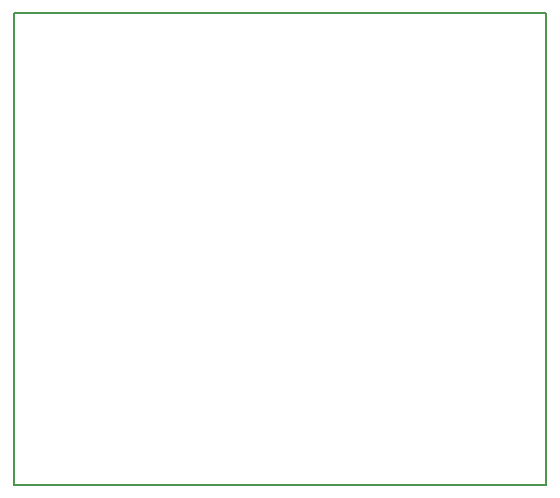
<source format=gbr>
G04 #@! TF.GenerationSoftware,KiCad,Pcbnew,5.0.2-bee76a0~70~ubuntu18.04.1*
G04 #@! TF.CreationDate,2018-12-25T16:41:34-08:00*
G04 #@! TF.ProjectId,Marlin_UIBOX,4d61726c-696e-45f5-9549-424f582e6b69,rev?*
G04 #@! TF.SameCoordinates,PX7bfa480PY68e7780*
G04 #@! TF.FileFunction,Profile,NP*
%FSLAX46Y46*%
G04 Gerber Fmt 4.6, Leading zero omitted, Abs format (unit mm)*
G04 Created by KiCad (PCBNEW 5.0.2-bee76a0~70~ubuntu18.04.1) date Tue 25 Dec 2018 04:41:34 PM PST*
%MOMM*%
%LPD*%
G01*
G04 APERTURE LIST*
%ADD10C,0.150000*%
G04 APERTURE END LIST*
D10*
X0Y0D02*
X0Y40000000D01*
X45000000Y0D02*
X0Y0D01*
X45000000Y40000000D02*
X45000000Y0D01*
X0Y40000000D02*
X45000000Y40000000D01*
M02*

</source>
